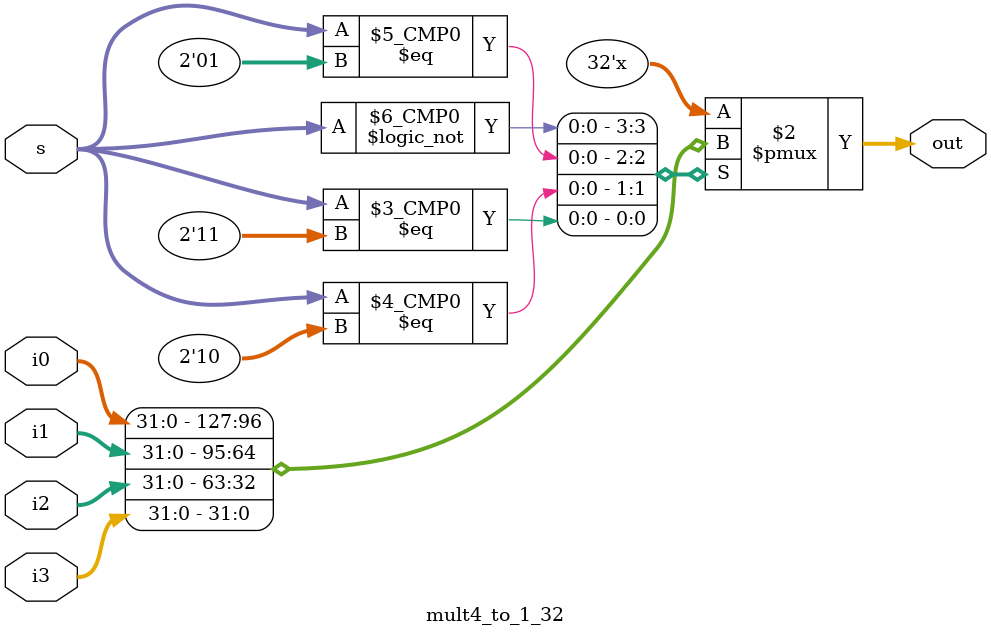
<source format=v>
module mult4_to_1_32(out, i0, i1, i2, i3, s);
input [31:0] i0, i1, i2, i3;
input [1:0] s;
output reg [31:0] out;

always @(i0 or i1 or i2 or s)
begin
	case(s)
		2'b00: out = i0;
		2'b01: out = i1;
		2'b10: out = i2;
		2'b11: out = i3;
	endcase
end
endmodule
</source>
